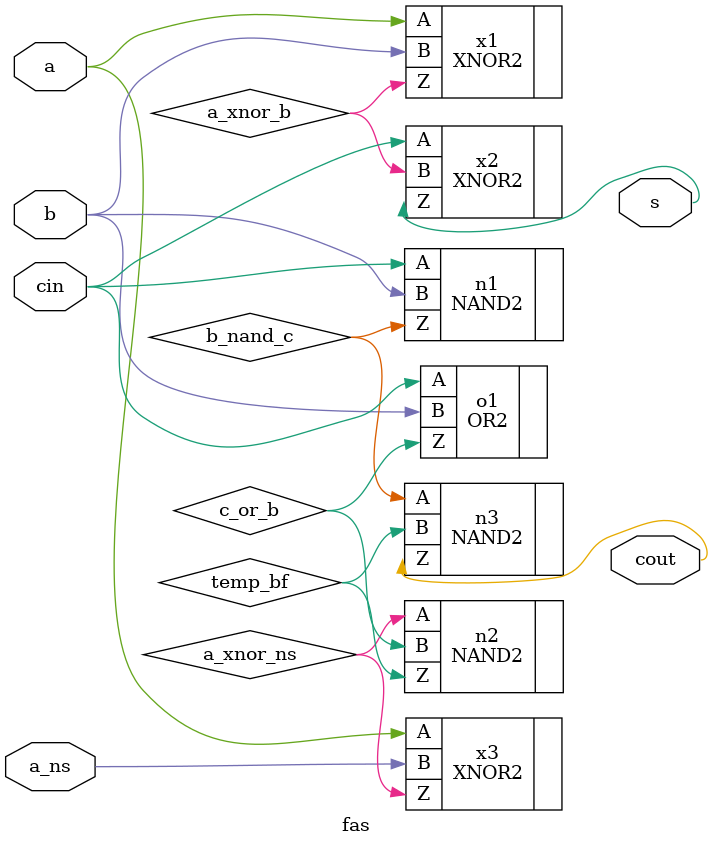
<source format=sv>
module fas (
    input logic a,           // Input bit a
    input logic b,           // Input bit b
    input logic cin,         // Carry in
    input logic a_ns,        // A_nS (add/not subtract) control
    output logic s,          // Output S
    output logic cout        // Carry out
);

parameter Tpdlh = 1;
parameter Tpdhl = 1;

logic a_xnor_b , a_xnor_ns , c_or_b , b_nand_c , temp_bf , temp_f;

XNOR2 #(7,7) x1(.Z(a_xnor_b),.B(b),.A(a));

XNOR2 #(7,7) x2(.Z(s),.B(a_xnor_b),.A(cin));


XNOR2 #(7,7) x3(.Z(a_xnor_ns),.B(a_ns),.A(a));

OR2 #(6,6) o1(.Z(c_or_b) , .B(b) , .A(cin));

NAND2 #(8,8) n2(.Z(temp_bf),.B(c_or_b),.A(a_xnor_ns));

NAND2 #(8,8) n1(.Z(b_nand_c),.B(b),.A(cin));

NAND2 #(8,8) n3(.Z(cout),.B(temp_bf),.A(b_nand_c));

endmodule

</source>
